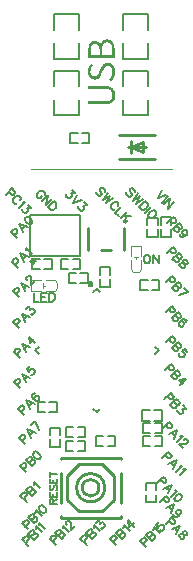
<source format=gto>
G04 Layer: TopSilkLayer*
G04 EasyEDA v6.3.22, 2020-03-24T16:00:13+09:00*
G04 d7f5250073f14fcc9ce3ff4b1d3fcb3e,67344a67363949849f01d11c0c7cf016,10*
G04 Gerber Generator version 0.2*
G04 Scale: 100 percent, Rotated: No, Reflected: No *
G04 Dimensions in inches *
G04 leading zeros omitted , absolute positions ,2 integer and 4 decimal *
%FSLAX24Y24*%
%MOIN*%
G90*
G70D02*

%ADD10C,0.002000*%
%ADD12C,0.006000*%
%ADD13C,0.010000*%
%ADD32C,0.008000*%
%ADD33C,0.007870*%
%ADD34C,0.003937*%
%ADD35C,0.007874*%
%ADD36C,0.011811*%
%ADD37C,0.005000*%

%LPD*%
G54D10*
G01X1150Y13110D02*
G01X5850Y13110D01*
G54D12*
G01X3449Y9446D02*
G01X3449Y9196D01*
G01X3789Y9196D01*
G01X3789Y9407D01*
G01X3789Y9446D01*
G01X3789Y9596D02*
G01X3789Y9836D01*
G01X3449Y9836D01*
G01X3449Y9626D01*
G01X3449Y9596D01*
G01X5039Y11107D02*
G01X5039Y10857D01*
G01X5379Y10857D01*
G01X5379Y11067D01*
G01X5379Y11107D01*
G01X5379Y11257D02*
G01X5379Y11496D01*
G01X5039Y11496D01*
G01X5039Y11286D01*
G01X5039Y11257D01*
G01X5129Y4209D02*
G01X4879Y4209D01*
G01X4879Y3869D01*
G01X5089Y3869D01*
G01X5129Y3869D01*
G01X5279Y3869D02*
G01X5519Y3869D01*
G01X5519Y4209D01*
G01X5309Y4209D01*
G01X5279Y4209D01*
G01X5129Y4640D02*
G01X4879Y4640D01*
G01X4879Y4300D01*
G01X5089Y4300D01*
G01X5129Y4300D01*
G01X5279Y4300D02*
G01X5519Y4300D01*
G01X5519Y4640D01*
G01X5309Y4640D01*
G01X5279Y4640D01*
G01X4979Y2259D02*
G01X4979Y2009D01*
G01X5319Y2009D01*
G01X5319Y2219D01*
G01X5319Y2259D01*
G01X5319Y2409D02*
G01X5319Y2650D01*
G01X4979Y2650D01*
G01X4979Y2440D01*
G01X4979Y2409D01*
G01X5126Y5069D02*
G01X4876Y5069D01*
G01X4876Y4730D01*
G01X5086Y4730D01*
G01X5126Y4730D01*
G01X5276Y4730D02*
G01X5516Y4730D01*
G01X5516Y5069D01*
G01X5306Y5069D01*
G01X5276Y5069D01*
G54D32*
G01X1143Y10230D02*
G01X2796Y10230D01*
G01X2796Y11569D01*
G01X1143Y11569D01*
G01X1143Y10230D01*
G54D12*
G01X2714Y14319D02*
G01X2464Y14319D01*
G01X2464Y13980D01*
G01X2674Y13980D01*
G01X2714Y13980D01*
G01X2864Y13980D02*
G01X3104Y13980D01*
G01X3104Y14319D01*
G01X2894Y14319D01*
G01X2864Y14319D01*
G54D13*
G01X4499Y13850D02*
G01X4899Y14009D01*
G01X4899Y14009D02*
G01X4899Y13690D01*
G01X4899Y13690D02*
G01X4499Y13850D01*
G01X4109Y14243D02*
G01X5290Y14243D01*
G01X4109Y13456D02*
G01X5290Y13456D01*
G01X4499Y14050D02*
G01X4499Y13650D01*
G01X4399Y13850D02*
G01X4999Y13850D01*
G54D12*
G01X1775Y5009D02*
G01X2025Y5009D01*
G01X2025Y5350D01*
G01X1815Y5350D01*
G01X1775Y5350D01*
G01X1625Y5350D02*
G01X1385Y5350D01*
G01X1385Y5009D01*
G01X1595Y5009D01*
G01X1625Y5009D01*
G54D33*
G01X2757Y15868D02*
G01X2757Y16388D01*
G01X1942Y16388D01*
G01X1942Y15868D01*
G01X2757Y15422D02*
G01X2757Y14903D01*
G01X1942Y14903D01*
G01X1942Y15422D01*
G01X5057Y17758D02*
G01X5057Y18278D01*
G01X4242Y18278D01*
G01X4242Y17758D01*
G01X5057Y17312D02*
G01X5057Y16792D01*
G01X4242Y16792D01*
G01X4242Y17312D01*
G01X2757Y17758D02*
G01X2757Y18278D01*
G01X1942Y18278D01*
G01X1942Y17758D01*
G01X2757Y17312D02*
G01X2757Y16792D01*
G01X1942Y16792D01*
G01X1942Y17312D01*
G01X5057Y15868D02*
G01X5057Y16388D01*
G01X4242Y16388D01*
G01X4242Y15868D01*
G01X5057Y15422D02*
G01X5057Y14903D01*
G01X4242Y14903D01*
G01X4242Y15422D01*
G54D13*
G01X3049Y10425D02*
G01X3049Y11134D01*
G01X3817Y10425D02*
G01X3502Y10425D01*
G01X4270Y10425D02*
G01X4270Y11134D01*
G54D12*
G01X5049Y9430D02*
G01X4799Y9430D01*
G01X4799Y9090D01*
G01X5009Y9090D01*
G01X5049Y9090D01*
G01X5199Y9090D02*
G01X5439Y9090D01*
G01X5439Y9430D01*
G01X5229Y9430D01*
G01X5199Y9430D01*
G01X2552Y9780D02*
G01X2802Y9780D01*
G01X2802Y10119D01*
G01X2592Y10119D01*
G01X2552Y10119D01*
G01X2402Y10119D02*
G01X2162Y10119D01*
G01X2162Y9780D01*
G01X2372Y9780D01*
G01X2402Y9780D01*
G01X1456Y10119D02*
G01X1206Y10119D01*
G01X1206Y9780D01*
G01X1416Y9780D01*
G01X1456Y9780D01*
G01X1606Y9780D02*
G01X1846Y9780D01*
G01X1846Y10119D01*
G01X1636Y10119D01*
G01X1606Y10119D01*
G54D34*
G01X1511Y9052D02*
G01X1176Y9052D01*
G01X1511Y9407D02*
G01X1176Y9407D01*
G01X1668Y9052D02*
G01X1964Y9052D01*
G01X1668Y9407D02*
G01X1964Y9407D01*
G01X1176Y9052D02*
G01X1176Y9407D01*
G01X2042Y9131D02*
G01X2042Y9328D01*
G01X1964Y9052D02*
G01X1964Y9052D01*
G01X2042Y9131D01*
G01X1964Y9407D02*
G01X2042Y9328D01*
G01X1554Y9151D02*
G01X1554Y9308D01*
G01X1554Y9229D02*
G01X1627Y9229D01*
G01X4482Y10228D02*
G01X4482Y10563D01*
G01X4837Y10228D02*
G01X4837Y10563D01*
G01X4482Y10071D02*
G01X4482Y9775D01*
G01X4837Y10071D02*
G01X4837Y9775D01*
G01X4482Y10563D02*
G01X4837Y10563D01*
G01X4561Y9697D02*
G01X4758Y9697D01*
G01X4482Y9775D02*
G01X4482Y9775D01*
G01X4561Y9697D01*
G01X4837Y9775D02*
G01X4758Y9697D01*
G01X4581Y10185D02*
G01X4738Y10185D01*
G01X4659Y10185D02*
G01X4659Y10112D01*
G54D12*
G01X2802Y9319D02*
G01X3052Y9319D01*
G01X3052Y9659D01*
G01X2842Y9659D01*
G01X2802Y9659D01*
G01X2652Y9659D02*
G01X2412Y9659D01*
G01X2412Y9319D01*
G01X2622Y9319D01*
G01X2652Y9319D01*
G01X5819Y11253D02*
G01X5819Y11503D01*
G01X5479Y11503D01*
G01X5479Y11292D01*
G01X5479Y11253D01*
G01X5479Y11103D02*
G01X5479Y10863D01*
G01X5819Y10863D01*
G01X5819Y11073D01*
G01X5819Y11103D01*
G01X1799Y4100D02*
G01X1799Y3850D01*
G01X2139Y3850D01*
G01X2139Y4059D01*
G01X2139Y4100D01*
G01X2139Y4250D02*
G01X2139Y4490D01*
G01X1799Y4490D01*
G01X1799Y4280D01*
G01X1799Y4250D01*
G01X2569Y4050D02*
G01X2319Y4050D01*
G01X2319Y3709D01*
G01X2529Y3709D01*
G01X2569Y3709D01*
G01X2719Y3709D02*
G01X2959Y3709D01*
G01X2959Y4050D01*
G01X2749Y4050D01*
G01X2719Y4050D01*
G01X2569Y4509D02*
G01X2319Y4509D01*
G01X2319Y4169D01*
G01X2529Y4169D01*
G01X2569Y4169D01*
G01X2719Y4169D02*
G01X2959Y4169D01*
G01X2959Y4509D01*
G01X2749Y4509D01*
G01X2719Y4509D01*
G01X3719Y3880D02*
G01X3969Y3880D01*
G01X3969Y4219D01*
G01X3759Y4219D01*
G01X3719Y4219D01*
G01X3569Y4219D02*
G01X3329Y4219D01*
G01X3329Y3880D01*
G01X3539Y3880D01*
G01X3569Y3880D01*
G54D13*
G01X2146Y3493D02*
G01X4153Y3493D01*
G01X4153Y1486D02*
G01X2146Y1486D01*
G01X2146Y3493D02*
G01X2146Y3447D01*
G01X2146Y2989D02*
G01X2146Y1990D01*
G01X2146Y1532D02*
G01X2146Y1486D01*
G01X4153Y3493D02*
G01X4153Y3447D01*
G01X4153Y2989D02*
G01X4153Y1990D01*
G01X4153Y1532D02*
G01X4153Y1486D01*
G01X2756Y3277D02*
G01X3543Y3277D01*
G01X3543Y3277D01*
G01X3937Y2883D01*
G01X3937Y2096D01*
G01X3543Y1702D01*
G01X2756Y1702D01*
G01X2362Y2096D01*
G01X2362Y2883D01*
G01X2362Y2883D01*
G01X2756Y3277D01*
G54D35*
G01X1418Y6951D02*
G01X1299Y7069D01*
G01X1418Y7188D01*
G01X3241Y5128D02*
G01X3359Y5009D01*
G01X3478Y5128D01*
G01X5301Y7188D02*
G01X5420Y7069D01*
G01X5301Y6951D01*
G01X3241Y9011D02*
G01X3359Y9130D01*
G01X3478Y9011D01*
G54D37*
G01X1787Y1950D02*
G01X2025Y1950D01*
G01X1787Y1950D02*
G01X1787Y2051D01*
G01X1798Y2086D01*
G01X1809Y2098D01*
G01X1832Y2109D01*
G01X1855Y2109D01*
G01X1878Y2098D01*
G01X1889Y2086D01*
G01X1900Y2051D01*
G01X1900Y1950D01*
G01X1900Y2030D02*
G01X2025Y2109D01*
G01X1787Y2184D02*
G01X2025Y2184D01*
G01X1787Y2184D02*
G01X1787Y2332D01*
G01X1900Y2184D02*
G01X1900Y2275D01*
G01X2025Y2184D02*
G01X2025Y2332D01*
G01X1821Y2565D02*
G01X1798Y2542D01*
G01X1787Y2509D01*
G01X1787Y2463D01*
G01X1798Y2430D01*
G01X1821Y2407D01*
G01X1844Y2407D01*
G01X1866Y2417D01*
G01X1878Y2430D01*
G01X1889Y2451D01*
G01X1912Y2519D01*
G01X1923Y2542D01*
G01X1934Y2555D01*
G01X1957Y2565D01*
G01X1991Y2565D01*
G01X2014Y2542D01*
G01X2025Y2509D01*
G01X2025Y2463D01*
G01X2014Y2430D01*
G01X1991Y2407D01*
G01X1787Y2640D02*
G01X2025Y2640D01*
G01X1787Y2640D02*
G01X1787Y2788D01*
G01X1900Y2640D02*
G01X1900Y2732D01*
G01X2025Y2640D02*
G01X2025Y2788D01*
G01X1787Y2942D02*
G01X2025Y2942D01*
G01X1787Y2863D02*
G01X1787Y3023D01*
G54D12*
G01X5001Y10253D02*
G01X4974Y10240D01*
G01X4946Y10213D01*
G01X4933Y10184D01*
G01X4919Y10144D01*
G01X4919Y10076D01*
G01X4933Y10034D01*
G01X4946Y10007D01*
G01X4974Y9980D01*
G01X5001Y9967D01*
G01X5055Y9967D01*
G01X5083Y9980D01*
G01X5110Y10007D01*
G01X5124Y10034D01*
G01X5137Y10076D01*
G01X5137Y10144D01*
G01X5124Y10184D01*
G01X5110Y10213D01*
G01X5083Y10240D01*
G01X5055Y10253D01*
G01X5001Y10253D01*
G01X5227Y10253D02*
G01X5227Y9967D01*
G01X5227Y10253D02*
G01X5418Y9967D01*
G01X5418Y10253D02*
G01X5418Y9967D01*
G01X1249Y8983D02*
G01X1249Y8696D01*
G01X1249Y8696D02*
G01X1413Y8696D01*
G01X1503Y8983D02*
G01X1503Y8696D01*
G01X1503Y8983D02*
G01X1680Y8983D01*
G01X1503Y8846D02*
G01X1612Y8846D01*
G01X1503Y8696D02*
G01X1680Y8696D01*
G01X1770Y8983D02*
G01X1770Y8696D01*
G01X1770Y8983D02*
G01X1865Y8983D01*
G01X1906Y8969D01*
G01X1934Y8942D01*
G01X1947Y8914D01*
G01X1961Y8874D01*
G01X1961Y8805D01*
G01X1947Y8764D01*
G01X1934Y8737D01*
G01X1906Y8710D01*
G01X1865Y8696D01*
G01X1770Y8696D01*
G01X515Y12465D02*
G01X312Y12263D01*
G01X515Y12465D02*
G01X602Y12378D01*
G01X621Y12340D01*
G01X621Y12320D01*
G01X611Y12292D01*
G01X583Y12263D01*
G01X554Y12253D01*
G01X534Y12253D01*
G01X496Y12272D01*
G01X409Y12359D01*
G01X810Y12074D02*
G01X820Y12103D01*
G01X820Y12141D01*
G01X810Y12170D01*
G01X771Y12209D01*
G01X743Y12219D01*
G01X705Y12219D01*
G01X675Y12209D01*
G01X636Y12190D01*
G01X588Y12141D01*
G01X569Y12103D01*
G01X560Y12074D01*
G01X560Y12035D01*
G01X569Y12006D01*
G01X608Y11967D01*
G01X637Y11958D01*
G01X675Y11958D01*
G01X704Y11967D01*
G01X884Y12020D02*
G01X913Y12011D01*
G01X970Y12010D01*
G01X768Y11808D01*
G01X1053Y11927D02*
G01X1159Y11821D01*
G01X1024Y11801D01*
G01X1053Y11773D01*
G01X1063Y11744D01*
G01X1063Y11725D01*
G01X1044Y11686D01*
G01X1024Y11667D01*
G01X986Y11648D01*
G01X947Y11648D01*
G01X908Y11667D01*
G01X879Y11696D01*
G01X860Y11735D01*
G01X860Y11753D01*
G01X870Y11783D01*
G01X1612Y12252D02*
G01X1621Y12281D01*
G01X1622Y12320D01*
G01X1611Y12349D01*
G01X1573Y12387D01*
G01X1545Y12397D01*
G01X1505Y12397D01*
G01X1477Y12387D01*
G01X1438Y12368D01*
G01X1390Y12320D01*
G01X1371Y12281D01*
G01X1361Y12253D01*
G01X1361Y12213D01*
G01X1371Y12185D01*
G01X1409Y12147D01*
G01X1438Y12136D01*
G01X1477Y12137D01*
G01X1506Y12146D01*
G01X1535Y12175D01*
G01X1486Y12224D02*
G01X1535Y12175D01*
G01X1724Y12236D02*
G01X1521Y12034D01*
G01X1724Y12236D02*
G01X1656Y11900D01*
G01X1858Y12102D02*
G01X1656Y11900D01*
G01X1922Y12038D02*
G01X1719Y11836D01*
G01X1922Y12038D02*
G01X1990Y11971D01*
G01X2009Y11932D01*
G01X2009Y11894D01*
G01X1999Y11865D01*
G01X1980Y11826D01*
G01X1932Y11778D01*
G01X1893Y11758D01*
G01X1864Y11749D01*
G01X1825Y11749D01*
G01X1787Y11768D01*
G01X1719Y11836D01*
G01X5515Y12415D02*
G01X5390Y12135D01*
G01X5670Y12261D02*
G01X5390Y12135D01*
G01X5733Y12198D02*
G01X5530Y11995D01*
G01X5797Y12134D02*
G01X5594Y11931D01*
G01X5797Y12134D02*
G01X5729Y11796D01*
G01X5932Y11999D02*
G01X5729Y11796D01*
G01X4621Y12341D02*
G01X4621Y12380D01*
G01X4602Y12419D01*
G01X4564Y12457D01*
G01X4525Y12476D01*
G01X4486Y12476D01*
G01X4467Y12457D01*
G01X4457Y12428D01*
G01X4457Y12409D01*
G01X4467Y12380D01*
G01X4506Y12303D01*
G01X4515Y12274D01*
G01X4515Y12254D01*
G01X4506Y12225D01*
G01X4477Y12196D01*
G01X4438Y12196D01*
G01X4399Y12216D01*
G01X4361Y12254D01*
G01X4341Y12293D01*
G01X4341Y12332D01*
G01X4714Y12307D02*
G01X4559Y12056D01*
G01X4810Y12211D02*
G01X4559Y12056D01*
G01X4810Y12211D02*
G01X4655Y11960D01*
G01X4907Y12114D02*
G01X4655Y11960D01*
G01X4971Y12050D02*
G01X4768Y11847D01*
G01X4971Y12050D02*
G01X5038Y11983D01*
G01X5057Y11944D01*
G01X5057Y11906D01*
G01X5047Y11876D01*
G01X5029Y11838D01*
G01X4980Y11789D01*
G01X4941Y11770D01*
G01X4912Y11761D01*
G01X4874Y11761D01*
G01X4835Y11780D01*
G01X4768Y11847D01*
G01X5169Y11851D02*
G01X4967Y11648D01*
G01X5290Y11730D02*
G01X5261Y11740D01*
G01X5223Y11740D01*
G01X5194Y11730D01*
G01X5156Y11711D01*
G01X5107Y11662D01*
G01X5087Y11624D01*
G01X5078Y11595D01*
G01X5078Y11557D01*
G01X5087Y11528D01*
G01X5126Y11489D01*
G01X5155Y11479D01*
G01X5194Y11479D01*
G01X5223Y11489D01*
G01X5261Y11508D01*
G01X5310Y11557D01*
G01X5329Y11595D01*
G01X5338Y11624D01*
G01X5338Y11663D01*
G01X5329Y11692D01*
G01X5290Y11730D01*
G01X3621Y12361D02*
G01X3621Y12400D01*
G01X3601Y12438D01*
G01X3563Y12477D01*
G01X3525Y12496D01*
G01X3486Y12496D01*
G01X3467Y12477D01*
G01X3457Y12448D01*
G01X3457Y12429D01*
G01X3467Y12400D01*
G01X3505Y12322D01*
G01X3515Y12294D01*
G01X3515Y12274D01*
G01X3505Y12246D01*
G01X3476Y12217D01*
G01X3438Y12217D01*
G01X3399Y12236D01*
G01X3361Y12274D01*
G01X3342Y12313D01*
G01X3342Y12351D01*
G01X3713Y12327D02*
G01X3560Y12076D01*
G01X3810Y12230D02*
G01X3560Y12076D01*
G01X3810Y12230D02*
G01X3656Y11980D01*
G01X3906Y12134D02*
G01X3656Y11980D01*
G01X4067Y11877D02*
G01X4076Y11906D01*
G01X4077Y11945D01*
G01X4067Y11973D01*
G01X4028Y12012D01*
G01X4000Y12022D01*
G01X3960Y12022D01*
G01X3932Y12012D01*
G01X3893Y11993D01*
G01X3845Y11945D01*
G01X3826Y11906D01*
G01X3816Y11878D01*
G01X3816Y11839D01*
G01X3826Y11810D01*
G01X3865Y11771D01*
G01X3894Y11762D01*
G01X3932Y11762D01*
G01X3961Y11771D01*
G01X4178Y11861D02*
G01X3976Y11659D01*
G01X3976Y11659D02*
G01X4092Y11544D01*
G01X4357Y11683D02*
G01X4155Y11480D01*
G01X4492Y11547D02*
G01X4222Y11547D01*
G01X4320Y11547D02*
G01X4290Y11345D01*
G01X2515Y12426D02*
G01X2621Y12320D01*
G01X2485Y12300D01*
G01X2514Y12271D01*
G01X2524Y12243D01*
G01X2524Y12223D01*
G01X2505Y12184D01*
G01X2486Y12165D01*
G01X2447Y12146D01*
G01X2409Y12146D01*
G01X2370Y12165D01*
G01X2341Y12194D01*
G01X2322Y12233D01*
G01X2321Y12252D01*
G01X2332Y12281D01*
G01X2694Y12247D02*
G01X2569Y11967D01*
G01X2849Y12092D02*
G01X2569Y11967D01*
G01X2931Y12010D02*
G01X3037Y11904D01*
G01X2902Y11884D01*
G01X2931Y11855D01*
G01X2941Y11827D01*
G01X2941Y11807D01*
G01X2921Y11768D01*
G01X2902Y11749D01*
G01X2863Y11730D01*
G01X2825Y11730D01*
G01X2786Y11749D01*
G01X2757Y11778D01*
G01X2738Y11817D01*
G01X2738Y11836D01*
G01X2748Y11865D01*
G01X5892Y11519D02*
G01X5689Y11317D01*
G01X5892Y11519D02*
G01X5979Y11432D01*
G01X5998Y11394D01*
G01X5998Y11375D01*
G01X5989Y11346D01*
G01X5960Y11317D01*
G01X5931Y11307D01*
G01X5912Y11307D01*
G01X5873Y11326D01*
G01X5786Y11413D01*
G01X6091Y11321D02*
G01X5888Y11118D01*
G01X6091Y11321D02*
G01X6178Y11234D01*
G01X6197Y11195D01*
G01X6196Y11176D01*
G01X6187Y11147D01*
G01X6168Y11128D01*
G01X6139Y11119D01*
G01X6120Y11118D01*
G01X6081Y11137D01*
G01X5994Y11224D02*
G01X6081Y11137D01*
G01X6101Y11099D01*
G01X6100Y11080D01*
G01X6091Y11051D01*
G01X6062Y11022D01*
G01X6033Y11012D01*
G01X6014Y11012D01*
G01X5975Y11031D01*
G01X5888Y11118D01*
G01X6347Y10929D02*
G01X6308Y10910D01*
G01X6270Y10910D01*
G01X6231Y10929D01*
G01X6222Y10938D01*
G01X6203Y10977D01*
G01X6202Y11016D01*
G01X6222Y11054D01*
G01X6232Y11064D01*
G01X6270Y11084D01*
G01X6309Y11083D01*
G01X6348Y11064D01*
G01X6357Y11055D01*
G01X6376Y11016D01*
G01X6376Y10978D01*
G01X6347Y10929D01*
G01X6299Y10881D01*
G01X6241Y10843D01*
G01X6193Y10833D01*
G01X6154Y10852D01*
G01X6135Y10871D01*
G01X6116Y10910D01*
G01X6125Y10939D01*
G01X5882Y10519D02*
G01X5679Y10317D01*
G01X5882Y10519D02*
G01X5969Y10433D01*
G01X5988Y10394D01*
G01X5988Y10375D01*
G01X5979Y10346D01*
G01X5950Y10317D01*
G01X5921Y10307D01*
G01X5902Y10307D01*
G01X5863Y10326D01*
G01X5776Y10413D01*
G01X6081Y10321D02*
G01X5878Y10118D01*
G01X6081Y10321D02*
G01X6168Y10234D01*
G01X6187Y10195D01*
G01X6186Y10176D01*
G01X6177Y10147D01*
G01X6158Y10128D01*
G01X6129Y10119D01*
G01X6110Y10118D01*
G01X6071Y10137D01*
G01X5984Y10224D02*
G01X6071Y10137D01*
G01X6091Y10099D01*
G01X6090Y10080D01*
G01X6081Y10051D01*
G01X6052Y10022D01*
G01X6023Y10013D01*
G01X6004Y10012D01*
G01X5965Y10031D01*
G01X5878Y10118D01*
G01X6328Y10074D02*
G01X6289Y10093D01*
G01X6260Y10084D01*
G01X6240Y10064D01*
G01X6231Y10035D01*
G01X6241Y10007D01*
G01X6270Y9958D01*
G01X6289Y9919D01*
G01X6289Y9881D01*
G01X6280Y9852D01*
G01X6251Y9823D01*
G01X6222Y9814D01*
G01X6202Y9814D01*
G01X6164Y9832D01*
G01X6125Y9871D01*
G01X6106Y9910D01*
G01X6106Y9930D01*
G01X6116Y9958D01*
G01X6145Y9987D01*
G01X6173Y9997D01*
G01X6212Y9996D01*
G01X6251Y9977D01*
G01X6299Y9949D01*
G01X6327Y9939D01*
G01X6356Y9948D01*
G01X6376Y9968D01*
G01X6385Y9997D01*
G01X6367Y10035D01*
G01X6328Y10074D01*
G01X5862Y9550D02*
G01X5659Y9347D01*
G01X5862Y9550D02*
G01X5949Y9463D01*
G01X5968Y9424D01*
G01X5968Y9405D01*
G01X5959Y9376D01*
G01X5930Y9347D01*
G01X5901Y9337D01*
G01X5882Y9337D01*
G01X5843Y9356D01*
G01X5756Y9443D01*
G01X6061Y9351D02*
G01X5858Y9148D01*
G01X6061Y9351D02*
G01X6148Y9264D01*
G01X6166Y9226D01*
G01X6166Y9206D01*
G01X6157Y9177D01*
G01X6138Y9158D01*
G01X6109Y9149D01*
G01X6089Y9149D01*
G01X6051Y9167D01*
G01X5964Y9254D02*
G01X6051Y9167D01*
G01X6070Y9129D01*
G01X6070Y9110D01*
G01X6061Y9081D01*
G01X6032Y9052D01*
G01X6003Y9043D01*
G01X5983Y9043D01*
G01X5945Y9061D01*
G01X5858Y9148D01*
G01X6395Y9017D02*
G01X6095Y8911D01*
G01X6260Y9152D02*
G01X6395Y9017D01*
G01X5852Y8550D02*
G01X5649Y8347D01*
G01X5852Y8550D02*
G01X5939Y8463D01*
G01X5958Y8424D01*
G01X5958Y8405D01*
G01X5949Y8376D01*
G01X5920Y8347D01*
G01X5891Y8337D01*
G01X5872Y8337D01*
G01X5833Y8356D01*
G01X5746Y8443D01*
G01X6051Y8351D02*
G01X5848Y8148D01*
G01X6051Y8351D02*
G01X6138Y8264D01*
G01X6157Y8225D01*
G01X6156Y8206D01*
G01X6147Y8177D01*
G01X6128Y8158D01*
G01X6099Y8149D01*
G01X6080Y8148D01*
G01X6041Y8167D01*
G01X5954Y8254D02*
G01X6041Y8167D01*
G01X6061Y8129D01*
G01X6060Y8110D01*
G01X6051Y8081D01*
G01X6022Y8052D01*
G01X5993Y8043D01*
G01X5974Y8042D01*
G01X5935Y8061D01*
G01X5848Y8148D01*
G01X6336Y8008D02*
G01X6346Y8036D01*
G01X6327Y8075D01*
G01X6308Y8094D01*
G01X6269Y8113D01*
G01X6220Y8104D01*
G01X6163Y8065D01*
G01X6115Y8017D01*
G01X6085Y7969D01*
G01X6086Y7930D01*
G01X6105Y7891D01*
G01X6114Y7882D01*
G01X6153Y7863D01*
G01X6191Y7863D01*
G01X6230Y7882D01*
G01X6240Y7892D01*
G01X6259Y7931D01*
G01X6259Y7969D01*
G01X6240Y8008D01*
G01X6231Y8017D01*
G01X6192Y8036D01*
G01X6153Y8037D01*
G01X6115Y8017D01*
G01X5862Y7539D02*
G01X5659Y7337D01*
G01X5862Y7539D02*
G01X5949Y7453D01*
G01X5968Y7414D01*
G01X5968Y7395D01*
G01X5959Y7366D01*
G01X5930Y7337D01*
G01X5901Y7327D01*
G01X5882Y7327D01*
G01X5843Y7346D01*
G01X5756Y7433D01*
G01X6061Y7341D02*
G01X5858Y7138D01*
G01X6061Y7341D02*
G01X6148Y7254D01*
G01X6167Y7215D01*
G01X6166Y7196D01*
G01X6157Y7167D01*
G01X6138Y7148D01*
G01X6109Y7139D01*
G01X6090Y7138D01*
G01X6051Y7157D01*
G01X5964Y7244D02*
G01X6051Y7157D01*
G01X6071Y7119D01*
G01X6070Y7100D01*
G01X6061Y7071D01*
G01X6032Y7042D01*
G01X6003Y7032D01*
G01X5984Y7032D01*
G01X5945Y7051D01*
G01X5858Y7138D01*
G01X6375Y7027D02*
G01X6279Y7123D01*
G01X6182Y7046D01*
G01X6202Y7046D01*
G01X6240Y7026D01*
G01X6269Y6997D01*
G01X6289Y6959D01*
G01X6288Y6920D01*
G01X6269Y6881D01*
G01X6250Y6862D01*
G01X6211Y6843D01*
G01X6173Y6843D01*
G01X6134Y6862D01*
G01X6105Y6891D01*
G01X6086Y6930D01*
G01X6086Y6950D01*
G01X6096Y6978D01*
G01X5822Y6619D02*
G01X5619Y6417D01*
G01X5822Y6619D02*
G01X5909Y6533D01*
G01X5928Y6494D01*
G01X5928Y6475D01*
G01X5919Y6446D01*
G01X5890Y6417D01*
G01X5861Y6407D01*
G01X5842Y6407D01*
G01X5803Y6426D01*
G01X5716Y6513D01*
G01X6021Y6421D02*
G01X5818Y6218D01*
G01X6021Y6421D02*
G01X6108Y6334D01*
G01X6127Y6295D01*
G01X6126Y6276D01*
G01X6117Y6247D01*
G01X6098Y6228D01*
G01X6069Y6219D01*
G01X6050Y6218D01*
G01X6011Y6237D01*
G01X5924Y6324D02*
G01X6011Y6237D01*
G01X6031Y6199D01*
G01X6030Y6180D01*
G01X6021Y6151D01*
G01X5992Y6122D01*
G01X5963Y6112D01*
G01X5944Y6112D01*
G01X5905Y6131D01*
G01X5818Y6218D01*
G01X6316Y6126D02*
G01X6085Y6087D01*
G01X6229Y5943D01*
G01X6316Y6126D02*
G01X6113Y5923D01*
G01X5812Y5650D02*
G01X5609Y5447D01*
G01X5812Y5650D02*
G01X5899Y5563D01*
G01X5918Y5524D01*
G01X5918Y5505D01*
G01X5909Y5476D01*
G01X5880Y5447D01*
G01X5851Y5437D01*
G01X5832Y5437D01*
G01X5793Y5456D01*
G01X5706Y5543D01*
G01X6011Y5451D02*
G01X5808Y5248D01*
G01X6011Y5451D02*
G01X6098Y5364D01*
G01X6116Y5326D01*
G01X6116Y5306D01*
G01X6107Y5277D01*
G01X6088Y5258D01*
G01X6059Y5249D01*
G01X6039Y5249D01*
G01X6001Y5267D01*
G01X5914Y5354D02*
G01X6001Y5267D01*
G01X6020Y5229D01*
G01X6020Y5210D01*
G01X6011Y5181D01*
G01X5982Y5152D01*
G01X5953Y5142D01*
G01X5933Y5142D01*
G01X5895Y5161D01*
G01X5808Y5248D01*
G01X6229Y5233D02*
G01X6335Y5127D01*
G01X6200Y5108D01*
G01X6229Y5079D01*
G01X6238Y5050D01*
G01X6238Y5030D01*
G01X6219Y4991D01*
G01X6200Y4972D01*
G01X6161Y4953D01*
G01X6123Y4953D01*
G01X6084Y4972D01*
G01X6055Y5001D01*
G01X6036Y5040D01*
G01X6036Y5060D01*
G01X6046Y5088D01*
G01X5762Y4680D02*
G01X5559Y4477D01*
G01X5762Y4680D02*
G01X5849Y4593D01*
G01X5868Y4554D01*
G01X5868Y4535D01*
G01X5859Y4506D01*
G01X5830Y4477D01*
G01X5801Y4467D01*
G01X5782Y4467D01*
G01X5743Y4486D01*
G01X5656Y4573D01*
G01X6038Y4404D02*
G01X5758Y4278D01*
G01X6038Y4404D02*
G01X5912Y4124D01*
G01X5855Y4317D02*
G01X5951Y4221D01*
G01X6140Y4224D02*
G01X6169Y4215D01*
G01X6227Y4215D01*
G01X6024Y4012D01*
G01X6252Y4093D02*
G01X6262Y4103D01*
G01X6291Y4112D01*
G01X6310Y4112D01*
G01X6339Y4103D01*
G01X6378Y4064D01*
G01X6387Y4035D01*
G01X6387Y4016D01*
G01X6378Y3987D01*
G01X6359Y3967D01*
G01X6330Y3958D01*
G01X6281Y3948D01*
G01X6088Y3948D01*
G01X6223Y3813D01*
G01X5742Y3680D02*
G01X5539Y3477D01*
G01X5742Y3680D02*
G01X5829Y3593D01*
G01X5848Y3554D01*
G01X5848Y3535D01*
G01X5839Y3506D01*
G01X5810Y3477D01*
G01X5781Y3467D01*
G01X5762Y3467D01*
G01X5723Y3486D01*
G01X5636Y3573D01*
G01X6018Y3404D02*
G01X5738Y3278D01*
G01X6018Y3404D02*
G01X5892Y3124D01*
G01X5835Y3317D02*
G01X5931Y3221D01*
G01X6120Y3224D02*
G01X6149Y3215D01*
G01X6207Y3215D01*
G01X6004Y3012D01*
G01X6232Y3112D02*
G01X6261Y3103D01*
G01X6319Y3103D01*
G01X6116Y2900D01*
G01X5572Y2860D02*
G01X5369Y2657D01*
G01X5572Y2860D02*
G01X5659Y2773D01*
G01X5678Y2734D01*
G01X5678Y2715D01*
G01X5669Y2686D01*
G01X5640Y2657D01*
G01X5611Y2647D01*
G01X5592Y2647D01*
G01X5553Y2666D01*
G01X5466Y2753D01*
G01X5848Y2584D02*
G01X5568Y2458D01*
G01X5848Y2584D02*
G01X5722Y2304D01*
G01X5665Y2497D02*
G01X5761Y2401D01*
G01X5950Y2404D02*
G01X5979Y2395D01*
G01X6037Y2395D01*
G01X5834Y2192D01*
G01X6159Y2273D02*
G01X6120Y2292D01*
G01X6072Y2283D01*
G01X6014Y2244D01*
G01X5985Y2215D01*
G01X5946Y2157D01*
G01X5937Y2109D01*
G01X5956Y2070D01*
G01X5975Y2051D01*
G01X6014Y2032D01*
G01X6062Y2042D01*
G01X6120Y2080D01*
G01X6149Y2109D01*
G01X6187Y2167D01*
G01X6197Y2215D01*
G01X6178Y2254D01*
G01X6159Y2273D01*
G01X5666Y2215D02*
G01X5463Y2012D01*
G01X5666Y2215D02*
G01X5753Y2128D01*
G01X5772Y2090D01*
G01X5771Y2070D01*
G01X5762Y2041D01*
G01X5733Y2012D01*
G01X5704Y2003D01*
G01X5685Y2003D01*
G01X5646Y2022D01*
G01X5559Y2109D01*
G01X5941Y1940D02*
G01X5661Y1814D01*
G01X5941Y1940D02*
G01X5815Y1660D01*
G01X5758Y1853D02*
G01X5854Y1756D01*
G01X6139Y1606D02*
G01X6101Y1586D01*
G01X6062Y1587D01*
G01X6023Y1606D01*
G01X6014Y1615D01*
G01X5995Y1654D01*
G01X5995Y1692D01*
G01X6014Y1731D01*
G01X6024Y1741D01*
G01X6063Y1760D01*
G01X6101Y1760D01*
G01X6140Y1741D01*
G01X6149Y1732D01*
G01X6168Y1693D01*
G01X6169Y1654D01*
G01X6139Y1606D01*
G01X6091Y1558D01*
G01X6034Y1519D01*
G01X5985Y1510D01*
G01X5946Y1529D01*
G01X5927Y1548D01*
G01X5908Y1587D01*
G01X5918Y1615D01*
G01X5852Y1500D02*
G01X5650Y1297D01*
G01X5852Y1500D02*
G01X5939Y1413D01*
G01X5958Y1374D01*
G01X5958Y1355D01*
G01X5949Y1326D01*
G01X5920Y1297D01*
G01X5891Y1287D01*
G01X5872Y1287D01*
G01X5833Y1306D01*
G01X5746Y1393D01*
G01X6128Y1224D02*
G01X5848Y1098D01*
G01X6128Y1224D02*
G01X6002Y944D01*
G01X5945Y1137D02*
G01X6041Y1041D01*
G01X6317Y1035D02*
G01X6278Y1054D01*
G01X6250Y1044D01*
G01X6230Y1024D01*
G01X6220Y996D01*
G01X6231Y967D01*
G01X6259Y919D01*
G01X6278Y880D01*
G01X6278Y842D01*
G01X6269Y813D01*
G01X6240Y784D01*
G01X6211Y775D01*
G01X6192Y774D01*
G01X6153Y793D01*
G01X6114Y832D01*
G01X6095Y871D01*
G01X6096Y890D01*
G01X6105Y919D01*
G01X6134Y948D01*
G01X6163Y957D01*
G01X6201Y957D01*
G01X6240Y938D01*
G01X6288Y910D01*
G01X6317Y899D01*
G01X6345Y909D01*
G01X6365Y929D01*
G01X6375Y957D01*
G01X6356Y996D01*
G01X6317Y1035D01*
G01X4799Y725D02*
G01X5002Y523D01*
G01X4799Y725D02*
G01X4886Y811D01*
G01X4925Y830D01*
G01X4944Y831D01*
G01X4973Y821D01*
G01X5002Y793D01*
G01X5012Y763D01*
G01X5011Y744D01*
G01X4992Y705D01*
G01X4906Y619D01*
G01X4998Y924D02*
G01X5200Y722D01*
G01X4998Y924D02*
G01X5084Y1010D01*
G01X5123Y1029D01*
G01X5142Y1030D01*
G01X5172Y1020D01*
G01X5191Y1001D01*
G01X5200Y972D01*
G01X5200Y952D01*
G01X5181Y914D01*
G01X5094Y828D02*
G01X5181Y914D01*
G01X5220Y933D01*
G01X5239Y933D01*
G01X5268Y924D01*
G01X5297Y895D01*
G01X5306Y866D01*
G01X5306Y846D01*
G01X5287Y808D01*
G01X5200Y722D01*
G01X5236Y1084D02*
G01X5245Y1113D01*
G01X5245Y1171D01*
G01X5447Y968D01*
G01X5424Y1350D02*
G01X5328Y1253D01*
G01X5405Y1156D01*
G01X5405Y1176D01*
G01X5424Y1215D01*
G01X5453Y1244D01*
G01X5492Y1263D01*
G01X5530Y1263D01*
G01X5569Y1244D01*
G01X5589Y1224D01*
G01X5607Y1186D01*
G01X5608Y1147D01*
G01X5588Y1109D01*
G01X5559Y1080D01*
G01X5521Y1060D01*
G01X5501Y1060D01*
G01X5473Y1070D01*
G01X3799Y794D02*
G01X4002Y591D01*
G01X3799Y794D02*
G01X3886Y881D01*
G01X3925Y900D01*
G01X3944Y900D01*
G01X3973Y890D01*
G01X4002Y861D01*
G01X4012Y832D01*
G01X4012Y813D01*
G01X3993Y775D01*
G01X3906Y688D01*
G01X3998Y993D02*
G01X4201Y790D01*
G01X3998Y993D02*
G01X4085Y1080D01*
G01X4123Y1098D01*
G01X4143Y1098D01*
G01X4172Y1089D01*
G01X4191Y1070D01*
G01X4200Y1041D01*
G01X4200Y1021D01*
G01X4182Y983D01*
G01X4095Y896D02*
G01X4182Y983D01*
G01X4220Y1002D01*
G01X4239Y1002D01*
G01X4268Y993D01*
G01X4297Y964D01*
G01X4306Y935D01*
G01X4306Y915D01*
G01X4288Y877D01*
G01X4201Y790D01*
G01X4236Y1153D02*
G01X4245Y1182D01*
G01X4245Y1240D01*
G01X4448Y1037D01*
G01X4405Y1400D02*
G01X4444Y1168D01*
G01X4588Y1313D01*
G01X4405Y1400D02*
G01X4608Y1197D01*
G01X2809Y795D02*
G01X3012Y592D01*
G01X2809Y795D02*
G01X2896Y882D01*
G01X2935Y901D01*
G01X2954Y901D01*
G01X2983Y891D01*
G01X3012Y862D01*
G01X3022Y833D01*
G01X3022Y814D01*
G01X3003Y776D01*
G01X2916Y689D01*
G01X3008Y994D02*
G01X3211Y791D01*
G01X3008Y994D02*
G01X3095Y1081D01*
G01X3134Y1100D01*
G01X3153Y1099D01*
G01X3182Y1090D01*
G01X3201Y1071D01*
G01X3211Y1041D01*
G01X3211Y1023D01*
G01X3192Y984D01*
G01X3105Y897D02*
G01X3192Y984D01*
G01X3230Y1004D01*
G01X3249Y1003D01*
G01X3278Y994D01*
G01X3307Y965D01*
G01X3317Y935D01*
G01X3317Y917D01*
G01X3298Y878D01*
G01X3211Y791D01*
G01X3246Y1154D02*
G01X3255Y1183D01*
G01X3255Y1241D01*
G01X3458Y1038D01*
G01X3338Y1323D02*
G01X3444Y1429D01*
G01X3464Y1294D01*
G01X3493Y1323D01*
G01X3522Y1333D01*
G01X3541Y1333D01*
G01X3580Y1314D01*
G01X3599Y1294D01*
G01X3618Y1256D01*
G01X3618Y1217D01*
G01X3599Y1178D01*
G01X3570Y1149D01*
G01X3531Y1130D01*
G01X3512Y1130D01*
G01X3483Y1140D01*
G01X1779Y784D02*
G01X1982Y581D01*
G01X1779Y784D02*
G01X1866Y870D01*
G01X1905Y890D01*
G01X1924Y890D01*
G01X1953Y880D01*
G01X1982Y851D01*
G01X1992Y822D01*
G01X1992Y803D01*
G01X1973Y764D01*
G01X1886Y677D01*
G01X1978Y982D02*
G01X2180Y780D01*
G01X1978Y982D02*
G01X2065Y1069D01*
G01X2103Y1088D01*
G01X2122Y1088D01*
G01X2152Y1078D01*
G01X2171Y1059D01*
G01X2180Y1030D01*
G01X2180Y1010D01*
G01X2161Y973D01*
G01X2074Y886D02*
G01X2161Y973D01*
G01X2200Y991D01*
G01X2219Y991D01*
G01X2248Y982D01*
G01X2277Y953D01*
G01X2286Y924D01*
G01X2286Y904D01*
G01X2267Y867D01*
G01X2180Y780D01*
G01X2216Y1142D02*
G01X2225Y1171D01*
G01X2225Y1229D01*
G01X2427Y1027D01*
G01X2347Y1254D02*
G01X2337Y1264D01*
G01X2327Y1293D01*
G01X2327Y1312D01*
G01X2337Y1341D01*
G01X2376Y1380D01*
G01X2405Y1389D01*
G01X2424Y1390D01*
G01X2453Y1379D01*
G01X2472Y1360D01*
G01X2482Y1332D01*
G01X2491Y1283D01*
G01X2491Y1090D01*
G01X2626Y1225D01*
G01X869Y1304D02*
G01X1072Y1101D01*
G01X869Y1304D02*
G01X956Y1390D01*
G01X995Y1410D01*
G01X1014Y1410D01*
G01X1043Y1400D01*
G01X1072Y1371D01*
G01X1081Y1342D01*
G01X1082Y1323D01*
G01X1063Y1284D01*
G01X976Y1197D01*
G01X1068Y1502D02*
G01X1270Y1300D01*
G01X1068Y1502D02*
G01X1155Y1589D01*
G01X1193Y1609D01*
G01X1212Y1608D01*
G01X1241Y1599D01*
G01X1261Y1580D01*
G01X1270Y1550D01*
G01X1270Y1532D01*
G01X1251Y1493D01*
G01X1164Y1406D02*
G01X1251Y1493D01*
G01X1290Y1512D01*
G01X1309Y1512D01*
G01X1338Y1502D01*
G01X1367Y1474D01*
G01X1376Y1444D01*
G01X1376Y1426D01*
G01X1357Y1387D01*
G01X1270Y1300D01*
G01X1305Y1663D02*
G01X1315Y1691D01*
G01X1315Y1749D01*
G01X1517Y1547D01*
G01X1437Y1871D02*
G01X1417Y1832D01*
G01X1427Y1784D01*
G01X1465Y1726D01*
G01X1494Y1697D01*
G01X1552Y1659D01*
G01X1600Y1649D01*
G01X1639Y1668D01*
G01X1658Y1687D01*
G01X1677Y1726D01*
G01X1667Y1774D01*
G01X1629Y1832D01*
G01X1600Y1861D01*
G01X1542Y1900D01*
G01X1494Y1909D01*
G01X1456Y1890D01*
G01X1437Y1871D01*
G01X809Y2224D02*
G01X1012Y2022D01*
G01X809Y2224D02*
G01X896Y2311D01*
G01X935Y2331D01*
G01X954Y2330D01*
G01X983Y2321D01*
G01X1012Y2292D01*
G01X1022Y2262D01*
G01X1022Y2244D01*
G01X1003Y2205D01*
G01X916Y2118D01*
G01X1008Y2423D02*
G01X1210Y2220D01*
G01X1008Y2423D02*
G01X1095Y2510D01*
G01X1133Y2529D01*
G01X1152Y2529D01*
G01X1181Y2520D01*
G01X1201Y2500D01*
G01X1210Y2471D01*
G01X1211Y2452D01*
G01X1191Y2414D01*
G01X1104Y2327D02*
G01X1191Y2414D01*
G01X1230Y2433D01*
G01X1249Y2433D01*
G01X1278Y2423D01*
G01X1307Y2394D01*
G01X1316Y2365D01*
G01X1317Y2346D01*
G01X1297Y2307D01*
G01X1210Y2220D01*
G01X1245Y2583D02*
G01X1255Y2612D01*
G01X1255Y2669D01*
G01X1457Y2467D01*
G01X789Y3206D02*
G01X992Y3003D01*
G01X789Y3206D02*
G01X876Y3293D01*
G01X915Y3312D01*
G01X934Y3311D01*
G01X963Y3302D01*
G01X992Y3273D01*
G01X1002Y3244D01*
G01X1002Y3225D01*
G01X983Y3187D01*
G01X896Y3100D01*
G01X988Y3405D02*
G01X1191Y3202D01*
G01X988Y3405D02*
G01X1075Y3492D01*
G01X1114Y3511D01*
G01X1133Y3510D01*
G01X1162Y3501D01*
G01X1181Y3482D01*
G01X1190Y3453D01*
G01X1191Y3434D01*
G01X1172Y3395D01*
G01X1085Y3308D02*
G01X1172Y3395D01*
G01X1210Y3415D01*
G01X1229Y3414D01*
G01X1258Y3405D01*
G01X1287Y3376D01*
G01X1296Y3347D01*
G01X1297Y3328D01*
G01X1278Y3289D01*
G01X1191Y3202D01*
G01X1245Y3661D02*
G01X1226Y3622D01*
G01X1235Y3574D01*
G01X1274Y3516D01*
G01X1303Y3487D01*
G01X1360Y3448D01*
G01X1409Y3439D01*
G01X1448Y3458D01*
G01X1467Y3477D01*
G01X1486Y3516D01*
G01X1476Y3564D01*
G01X1438Y3622D01*
G01X1409Y3651D01*
G01X1351Y3690D01*
G01X1303Y3700D01*
G01X1264Y3680D01*
G01X1245Y3661D01*
G01X759Y4158D02*
G01X962Y3955D01*
G01X759Y4158D02*
G01X846Y4245D01*
G01X885Y4264D01*
G01X904Y4263D01*
G01X933Y4254D01*
G01X962Y4225D01*
G01X972Y4196D01*
G01X972Y4177D01*
G01X953Y4139D01*
G01X866Y4052D01*
G01X1035Y4434D02*
G01X1161Y4154D01*
G01X1035Y4434D02*
G01X1315Y4308D01*
G01X1122Y4251D02*
G01X1218Y4347D01*
G01X1311Y4709D02*
G01X1418Y4410D01*
G01X1176Y4574D02*
G01X1311Y4709D01*
G01X729Y5127D02*
G01X932Y4924D01*
G01X729Y5127D02*
G01X816Y5214D01*
G01X855Y5233D01*
G01X874Y5232D01*
G01X903Y5223D01*
G01X932Y5194D01*
G01X942Y5165D01*
G01X942Y5146D01*
G01X923Y5108D01*
G01X836Y5021D01*
G01X1005Y5403D02*
G01X1131Y5123D01*
G01X1005Y5403D02*
G01X1285Y5277D01*
G01X1092Y5219D02*
G01X1188Y5316D01*
G01X1291Y5630D02*
G01X1262Y5640D01*
G01X1223Y5620D01*
G01X1204Y5601D01*
G01X1185Y5562D01*
G01X1195Y5514D01*
G01X1233Y5456D01*
G01X1281Y5408D01*
G01X1330Y5379D01*
G01X1368Y5379D01*
G01X1407Y5398D01*
G01X1417Y5408D01*
G01X1435Y5446D01*
G01X1436Y5485D01*
G01X1416Y5524D01*
G01X1406Y5533D01*
G01X1368Y5553D01*
G01X1329Y5553D01*
G01X1291Y5534D01*
G01X1281Y5524D01*
G01X1262Y5485D01*
G01X1262Y5447D01*
G01X1281Y5408D01*
G01X579Y6007D02*
G01X782Y5804D01*
G01X579Y6007D02*
G01X666Y6094D01*
G01X705Y6113D01*
G01X724Y6112D01*
G01X753Y6103D01*
G01X782Y6074D01*
G01X792Y6045D01*
G01X792Y6026D01*
G01X773Y5988D01*
G01X686Y5901D01*
G01X855Y6283D02*
G01X981Y6003D01*
G01X855Y6283D02*
G01X1135Y6157D01*
G01X942Y6100D02*
G01X1038Y6196D01*
G01X1112Y6540D02*
G01X1015Y6443D01*
G01X1093Y6346D01*
G01X1092Y6366D01*
G01X1112Y6404D01*
G01X1141Y6433D01*
G01X1179Y6453D01*
G01X1218Y6452D01*
G01X1257Y6433D01*
G01X1276Y6414D01*
G01X1295Y6375D01*
G01X1295Y6337D01*
G01X1276Y6298D01*
G01X1247Y6269D01*
G01X1208Y6250D01*
G01X1189Y6250D01*
G01X1160Y6259D01*
G01X579Y7017D02*
G01X782Y6814D01*
G01X579Y7017D02*
G01X666Y7104D01*
G01X705Y7123D01*
G01X724Y7122D01*
G01X753Y7113D01*
G01X782Y7084D01*
G01X792Y7055D01*
G01X792Y7036D01*
G01X773Y6998D01*
G01X686Y6911D01*
G01X855Y7293D02*
G01X981Y7013D01*
G01X855Y7293D02*
G01X1135Y7167D01*
G01X942Y7109D02*
G01X1038Y7206D01*
G01X1092Y7530D02*
G01X1131Y7298D01*
G01X1276Y7443D01*
G01X1092Y7530D02*
G01X1295Y7327D01*
G01X569Y8018D02*
G01X772Y7816D01*
G01X569Y8018D02*
G01X656Y8105D01*
G01X695Y8125D01*
G01X714Y8124D01*
G01X743Y8115D01*
G01X772Y8086D01*
G01X781Y8057D01*
G01X782Y8038D01*
G01X763Y7999D01*
G01X676Y7912D01*
G01X845Y8294D02*
G01X970Y8014D01*
G01X845Y8294D02*
G01X1125Y8168D01*
G01X932Y8110D02*
G01X1028Y8207D01*
G01X1005Y8453D02*
G01X1111Y8559D01*
G01X1131Y8425D01*
G01X1160Y8454D01*
G01X1188Y8464D01*
G01X1207Y8463D01*
G01X1246Y8444D01*
G01X1265Y8425D01*
G01X1284Y8386D01*
G01X1284Y8348D01*
G01X1265Y8309D01*
G01X1236Y8280D01*
G01X1197Y8261D01*
G01X1179Y8261D01*
G01X1150Y8270D01*
G01X549Y9037D02*
G01X752Y8834D01*
G01X549Y9037D02*
G01X636Y9124D01*
G01X675Y9143D01*
G01X694Y9142D01*
G01X723Y9133D01*
G01X752Y9104D01*
G01X762Y9075D01*
G01X762Y9056D01*
G01X743Y9018D01*
G01X656Y8931D01*
G01X825Y9313D02*
G01X951Y9033D01*
G01X825Y9313D02*
G01X1105Y9187D01*
G01X912Y9129D02*
G01X1008Y9226D01*
G01X1025Y9414D02*
G01X1015Y9424D01*
G01X1005Y9453D01*
G01X1005Y9472D01*
G01X1014Y9501D01*
G01X1053Y9540D01*
G01X1082Y9550D01*
G01X1102Y9550D01*
G01X1130Y9540D01*
G01X1149Y9521D01*
G01X1159Y9492D01*
G01X1168Y9443D01*
G01X1169Y9250D01*
G01X1304Y9385D01*
G01X524Y10025D02*
G01X727Y9822D01*
G01X524Y10025D02*
G01X611Y10112D01*
G01X649Y10131D01*
G01X668Y10131D01*
G01X698Y10121D01*
G01X727Y10092D01*
G01X736Y10063D01*
G01X736Y10044D01*
G01X717Y10006D01*
G01X630Y9919D01*
G01X799Y10301D02*
G01X925Y10021D01*
G01X799Y10301D02*
G01X1079Y10175D01*
G01X886Y10118D02*
G01X982Y10214D01*
G01X979Y10403D02*
G01X988Y10432D01*
G01X988Y10490D01*
G01X1191Y10287D01*
G01X494Y11016D02*
G01X697Y10813D01*
G01X494Y11016D02*
G01X580Y11102D01*
G01X619Y11121D01*
G01X639Y11121D01*
G01X668Y11112D01*
G01X697Y11083D01*
G01X706Y11054D01*
G01X706Y11034D01*
G01X686Y10996D01*
G01X600Y10910D01*
G01X770Y11291D02*
G01X895Y11011D01*
G01X770Y11291D02*
G01X1050Y11166D01*
G01X857Y11108D02*
G01X953Y11204D01*
G01X968Y11490D02*
G01X949Y11451D01*
G01X958Y11402D01*
G01X997Y11345D01*
G01X1026Y11316D01*
G01X1084Y11277D01*
G01X1132Y11268D01*
G01X1171Y11287D01*
G01X1190Y11306D01*
G01X1209Y11345D01*
G01X1200Y11393D01*
G01X1161Y11451D01*
G01X1132Y11480D01*
G01X1074Y11518D01*
G01X1026Y11528D01*
G01X987Y11509D01*
G01X968Y11490D01*

%LPD*%
G36*
G01X3718Y17434D02*
G01X3692Y17434D01*
G01X3663Y17433D01*
G01X3636Y17428D01*
G01X3612Y17421D01*
G01X3589Y17411D01*
G01X3568Y17398D01*
G01X3549Y17384D01*
G01X3533Y17366D01*
G01X3518Y17347D01*
G01X3506Y17326D01*
G01X3496Y17303D01*
G01X3487Y17278D01*
G01X3481Y17252D01*
G01X3476Y17252D01*
G01X3469Y17272D01*
G01X3459Y17290D01*
G01X3448Y17307D01*
G01X3434Y17323D01*
G01X3420Y17336D01*
G01X3404Y17348D01*
G01X3386Y17359D01*
G01X3368Y17367D01*
G01X3349Y17374D01*
G01X3328Y17379D01*
G01X3307Y17382D01*
G01X3263Y17382D01*
G01X3242Y17379D01*
G01X3223Y17375D01*
G01X3205Y17369D01*
G01X3188Y17361D01*
G01X3172Y17352D01*
G01X3158Y17341D01*
G01X3144Y17328D01*
G01X3132Y17315D01*
G01X3121Y17300D01*
G01X3112Y17283D01*
G01X3103Y17265D01*
G01X3095Y17246D01*
G01X3089Y17226D01*
G01X3083Y17205D01*
G01X3079Y17182D01*
G01X3076Y17159D01*
G01X3073Y17134D01*
G01X3072Y17109D01*
G01X3071Y17082D01*
G01X3071Y16828D01*
G01X3949Y16828D01*
G01X3949Y17130D01*
G01X3947Y17159D01*
G01X3944Y17186D01*
G01X3939Y17212D01*
G01X3933Y17237D01*
G01X3926Y17260D01*
G01X3918Y17283D01*
G01X3908Y17304D01*
G01X3898Y17323D01*
G01X3885Y17342D01*
G01X3872Y17359D01*
G01X3857Y17374D01*
G01X3841Y17388D01*
G01X3824Y17400D01*
G01X3805Y17410D01*
G01X3785Y17419D01*
G01X3764Y17426D01*
G01X3718Y17434D01*
G37*

%LPC*%
G36*
G01X3320Y17283D02*
G01X3297Y17284D01*
G01X3272Y17283D01*
G01X3249Y17278D01*
G01X3229Y17271D01*
G01X3211Y17260D01*
G01X3196Y17247D01*
G01X3183Y17230D01*
G01X3173Y17211D01*
G01X3165Y17188D01*
G01X3158Y17163D01*
G01X3154Y17134D01*
G01X3151Y17103D01*
G01X3150Y17069D01*
G01X3150Y16928D01*
G01X3447Y16928D01*
G01X3447Y17063D01*
G01X3446Y17100D01*
G01X3443Y17134D01*
G01X3437Y17164D01*
G01X3429Y17190D01*
G01X3419Y17213D01*
G01X3407Y17233D01*
G01X3393Y17249D01*
G01X3378Y17262D01*
G01X3360Y17272D01*
G01X3341Y17279D01*
G01X3320Y17283D01*
G37*
G36*
G01X3712Y17336D02*
G01X3689Y17338D01*
G01X3669Y17336D01*
G01X3650Y17333D01*
G01X3632Y17328D01*
G01X3616Y17321D01*
G01X3601Y17311D01*
G01X3588Y17300D01*
G01X3575Y17287D01*
G01X3565Y17272D01*
G01X3555Y17255D01*
G01X3547Y17236D01*
G01X3540Y17215D01*
G01X3534Y17193D01*
G01X3530Y17169D01*
G01X3527Y17143D01*
G01X3525Y17115D01*
G01X3524Y17086D01*
G01X3524Y16928D01*
G01X3870Y16928D01*
G01X3870Y17115D01*
G01X3868Y17142D01*
G01X3860Y17192D01*
G01X3853Y17214D01*
G01X3846Y17234D01*
G01X3837Y17253D01*
G01X3826Y17271D01*
G01X3815Y17286D01*
G01X3801Y17299D01*
G01X3786Y17311D01*
G01X3770Y17320D01*
G01X3752Y17328D01*
G01X3733Y17333D01*
G01X3712Y17336D01*
G37*

%LPD*%
G36*
G01X3740Y16653D02*
G01X3719Y16653D01*
G01X3688Y16652D01*
G01X3660Y16647D01*
G01X3634Y16639D01*
G01X3610Y16628D01*
G01X3589Y16615D01*
G01X3569Y16600D01*
G01X3552Y16582D01*
G01X3535Y16563D01*
G01X3521Y16542D01*
G01X3507Y16519D01*
G01X3483Y16471D01*
G01X3429Y16344D01*
G01X3419Y16318D01*
G01X3406Y16292D01*
G01X3393Y16268D01*
G01X3377Y16245D01*
G01X3358Y16226D01*
G01X3335Y16211D01*
G01X3309Y16201D01*
G01X3277Y16198D01*
G01X3257Y16199D01*
G01X3239Y16203D01*
G01X3221Y16210D01*
G01X3206Y16219D01*
G01X3192Y16230D01*
G01X3179Y16244D01*
G01X3169Y16260D01*
G01X3160Y16278D01*
G01X3153Y16298D01*
G01X3148Y16319D01*
G01X3144Y16343D01*
G01X3143Y16367D01*
G01X3145Y16398D01*
G01X3149Y16427D01*
G01X3156Y16455D01*
G01X3166Y16480D01*
G01X3178Y16505D01*
G01X3192Y16528D01*
G01X3209Y16550D01*
G01X3227Y16571D01*
G01X3163Y16623D01*
G01X3148Y16608D01*
G01X3133Y16591D01*
G01X3120Y16573D01*
G01X3107Y16554D01*
G01X3096Y16534D01*
G01X3085Y16513D01*
G01X3077Y16491D01*
G01X3069Y16468D01*
G01X3063Y16444D01*
G01X3059Y16419D01*
G01X3056Y16394D01*
G01X3055Y16367D01*
G01X3057Y16339D01*
G01X3060Y16311D01*
G01X3065Y16284D01*
G01X3072Y16259D01*
G01X3082Y16236D01*
G01X3093Y16213D01*
G01X3106Y16192D01*
G01X3120Y16173D01*
G01X3136Y16156D01*
G01X3153Y16141D01*
G01X3172Y16128D01*
G01X3193Y16117D01*
G01X3214Y16108D01*
G01X3236Y16102D01*
G01X3260Y16098D01*
G01X3284Y16096D01*
G01X3315Y16098D01*
G01X3343Y16104D01*
G01X3369Y16113D01*
G01X3392Y16125D01*
G01X3413Y16139D01*
G01X3432Y16155D01*
G01X3448Y16173D01*
G01X3463Y16193D01*
G01X3476Y16213D01*
G01X3488Y16234D01*
G01X3498Y16255D01*
G01X3507Y16276D01*
G01X3564Y16403D01*
G01X3574Y16423D01*
G01X3583Y16443D01*
G01X3592Y16461D01*
G01X3602Y16479D01*
G01X3612Y16495D01*
G01X3624Y16509D01*
G01X3636Y16521D01*
G01X3650Y16532D01*
G01X3666Y16541D01*
G01X3684Y16547D01*
G01X3704Y16551D01*
G01X3726Y16553D01*
G01X3748Y16551D01*
G01X3769Y16546D01*
G01X3788Y16539D01*
G01X3806Y16529D01*
G01X3821Y16516D01*
G01X3836Y16501D01*
G01X3848Y16483D01*
G01X3858Y16463D01*
G01X3866Y16440D01*
G01X3872Y16415D01*
G01X3876Y16388D01*
G01X3877Y16359D01*
G01X3877Y16336D01*
G01X3874Y16313D01*
G01X3870Y16290D01*
G01X3864Y16268D01*
G01X3856Y16246D01*
G01X3847Y16225D01*
G01X3837Y16204D01*
G01X3825Y16184D01*
G01X3812Y16165D01*
G01X3798Y16147D01*
G01X3782Y16130D01*
G01X3765Y16113D01*
G01X3834Y16053D01*
G01X3849Y16068D01*
G01X3863Y16083D01*
G01X3889Y16115D01*
G01X3900Y16132D01*
G01X3911Y16150D01*
G01X3921Y16168D01*
G01X3930Y16187D01*
G01X3938Y16207D01*
G01X3945Y16226D01*
G01X3951Y16247D01*
G01X3956Y16268D01*
G01X3960Y16290D01*
G01X3963Y16312D01*
G01X3965Y16334D01*
G01X3965Y16384D01*
G01X3962Y16410D01*
G01X3958Y16435D01*
G01X3953Y16458D01*
G01X3946Y16480D01*
G01X3938Y16502D01*
G01X3929Y16522D01*
G01X3919Y16540D01*
G01X3907Y16558D01*
G01X3894Y16574D01*
G01X3866Y16602D01*
G01X3850Y16613D01*
G01X3833Y16624D01*
G01X3816Y16633D01*
G01X3798Y16640D01*
G01X3779Y16646D01*
G01X3760Y16650D01*
G01X3740Y16653D01*
G37*

%LPD*%
G36*
G01X3593Y15890D02*
G01X3071Y15890D01*
G01X3071Y15796D01*
G01X3594Y15796D01*
G01X3626Y15795D01*
G01X3655Y15793D01*
G01X3682Y15789D01*
G01X3707Y15784D01*
G01X3730Y15778D01*
G01X3751Y15771D01*
G01X3770Y15763D01*
G01X3787Y15753D01*
G01X3803Y15743D01*
G01X3817Y15732D01*
G01X3829Y15719D01*
G01X3840Y15707D01*
G01X3849Y15693D01*
G01X3857Y15678D01*
G01X3864Y15663D01*
G01X3869Y15647D01*
G01X3873Y15631D01*
G01X3877Y15597D01*
G01X3877Y15558D01*
G01X3874Y15537D01*
G01X3870Y15517D01*
G01X3864Y15497D01*
G01X3855Y15478D01*
G01X3845Y15461D01*
G01X3832Y15445D01*
G01X3817Y15430D01*
G01X3799Y15416D01*
G01X3779Y15404D01*
G01X3756Y15393D01*
G01X3730Y15384D01*
G01X3701Y15377D01*
G01X3669Y15372D01*
G01X3633Y15369D01*
G01X3594Y15367D01*
G01X3071Y15367D01*
G01X3071Y15269D01*
G01X3627Y15269D01*
G01X3659Y15271D01*
G01X3689Y15275D01*
G01X3718Y15280D01*
G01X3744Y15286D01*
G01X3769Y15293D01*
G01X3792Y15301D01*
G01X3814Y15311D01*
G01X3834Y15321D01*
G01X3852Y15333D01*
G01X3869Y15346D01*
G01X3884Y15359D01*
G01X3898Y15373D01*
G01X3910Y15389D01*
G01X3921Y15405D01*
G01X3931Y15422D01*
G01X3947Y15458D01*
G01X3957Y15496D01*
G01X3961Y15517D01*
G01X3963Y15537D01*
G01X3965Y15558D01*
G01X3965Y15601D01*
G01X3963Y15622D01*
G01X3961Y15642D01*
G01X3957Y15662D01*
G01X3952Y15682D01*
G01X3947Y15701D01*
G01X3939Y15719D01*
G01X3931Y15736D01*
G01X3921Y15753D01*
G01X3910Y15769D01*
G01X3898Y15784D01*
G01X3884Y15799D01*
G01X3869Y15813D01*
G01X3852Y15825D01*
G01X3834Y15837D01*
G01X3814Y15847D01*
G01X3792Y15857D01*
G01X3769Y15865D01*
G01X3744Y15873D01*
G01X3718Y15878D01*
G01X3689Y15883D01*
G01X3659Y15887D01*
G01X3627Y15889D01*
G01X3593Y15890D01*
G37*

%LPD*%
G01X875Y764D02*
G01X1078Y561D01*
G01X875Y764D02*
G01X962Y851D01*
G01X1001Y870D01*
G01X1020Y869D01*
G01X1049Y860D01*
G01X1078Y831D01*
G01X1087Y802D01*
G01X1088Y783D01*
G01X1068Y745D01*
G01X981Y658D01*
G01X1074Y962D02*
G01X1277Y760D01*
G01X1074Y962D02*
G01X1161Y1049D01*
G01X1200Y1069D01*
G01X1219Y1068D01*
G01X1248Y1059D01*
G01X1267Y1040D01*
G01X1276Y1011D01*
G01X1277Y991D01*
G01X1258Y953D01*
G01X1171Y866D02*
G01X1258Y953D01*
G01X1296Y972D01*
G01X1315Y972D01*
G01X1344Y962D01*
G01X1373Y933D01*
G01X1382Y904D01*
G01X1383Y885D01*
G01X1364Y846D01*
G01X1277Y760D01*
G01X1312Y1122D02*
G01X1321Y1151D01*
G01X1321Y1209D01*
G01X1524Y1006D01*
G01X1423Y1234D02*
G01X1432Y1263D01*
G01X1432Y1321D01*
G01X1635Y1118D01*
G54D36*
G75*
G01X1222Y10093D02*
G03X1223Y10093I0J-59D01*
G01*
G75*
G01X3179Y9228D02*
G03X3178Y9227I-42J41D01*
G01*
G54D13*
G75*
G01X4360Y11380D02*
G03X4360Y11380I-50J0D01*
G01*
G75*
G01X3622Y2490D02*
G03X3622Y2490I-472J0D01*
G01*
G75*
G01X3428Y2490D02*
G03X3428Y2490I-278J0D01*
G01*
M00*
M02*

</source>
